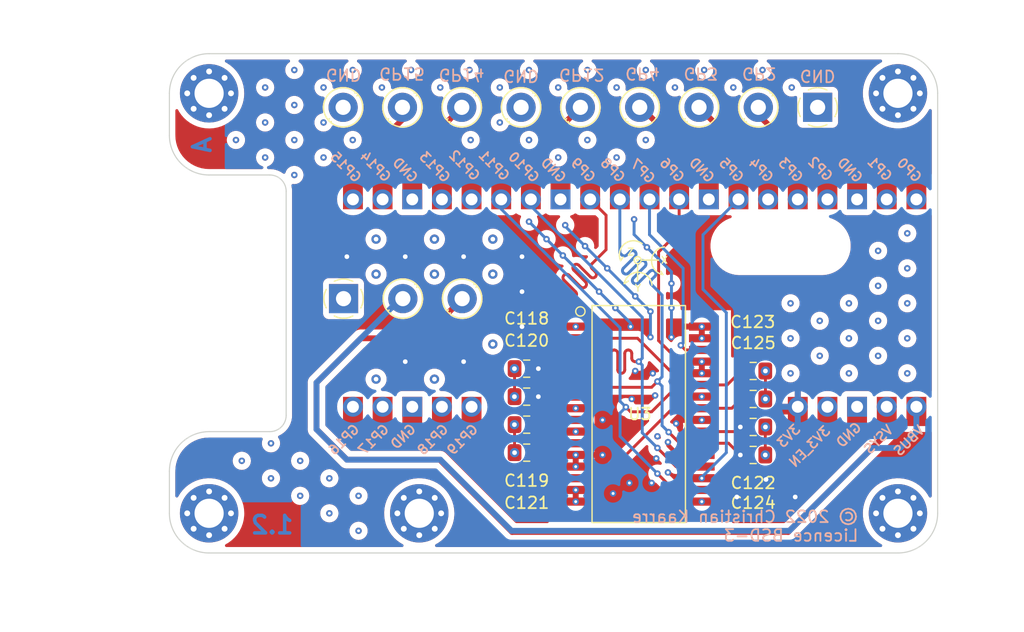
<source format=kicad_pcb>
(kicad_pcb (version 20211014) (generator pcbnew)
  (layers (0 "F.Cu" signal) (1 "In1.Cu" power) (2 "In2.Cu" power) (31 "B.Cu" signal) (34 "B.Paste" user) (35 "F.Paste" user) (36 "B.SilkS" user "B.Silkscreen") (37 "F.SilkS" user "F.Silkscreen") (38 "B.Mask" user) (39 "F.Mask" user) (44 "Edge.Cuts" user))
  (net 0 "")
  (net 1 "GND")
  (net 2 "3V3")
  (net 3 "Net-(C119-Pad2)")
  (net 4 "Net-(C121-Pad2)")
  (net 5 "Net-(C123-Pad1)")
  (net 6 "Net-(C125-Pad1)")
  (net 7 "/TIME_OUT")
  (net 8 "/TIME_IN")
  (net 9 "/UART0_RX")
  (net 10 "/UART0_TX")
  (net 11 "/VSYS")
  (net 12 "/VBUS")
  (net 13 "/TRIG0")
  (net 14 "/TRIG1")
  (net 15 "/TRIG2")
  (net 16 "/TRIG3")
  (net 17 "/SPI0_CS0")
  (net 18 "/SPI0_SCK")
  (net 19 "/SPI0_MISO")
  (net 20 "/SPI0_MOSI")
  (net 21 "/SPI1_MOSI")
  (net 22 "/SPI1_CS0")
  (net 23 "/SPI1_SCK")
  (net 24 "/SPI1_MISO")
  (net 25 "/EXT_UNO")
  (net 26 "/SPI1_CS1")
  (net 27 "/EXT_DUE")
  (footprint "MountingHole:MountingHole_2.5mm_Pad_Via" (layer "F.Cu") (at 163.2 83)
    (fp_text reference "H4" hide)
    (fp_text value "MountingHole_Pad")
  )
  (footprint "MountingHole:MountingHole_2.5mm_Pad_Via" (layer "F.Cu") (at 222.2 83)
    (fp_text reference "H3" hide)
    (fp_text value "MountingHole_Pad")
  )
  (footprint "Capacitor_SMD:C_0805_2012Metric_Pad1.18x1.45mm_HandSolder" (layer "F.Cu") (at 190.4 113.8)
    (fp_text reference "C121")
    (fp_text value "1uF")
  )
  (footprint "Capacitor_SMD:C_0805_2012Metric_Pad1.18x1.45mm_HandSolder" (layer "F.Cu") (at 190.4 106.6 180)
    (fp_text reference "C118")
    (fp_text value "1uF")
  )
  (footprint "Capacitor_SMD:C_0805_2012Metric_Pad1.18x1.45mm_HandSolder" (layer "F.Cu") (at 190.4 109 180)
    (fp_text reference "C120")
    (fp_text value "100nF")
  )
  (footprint "Capacitor_SMD:C_0805_2012Metric_Pad1.18x1.45mm_HandSolder" (layer "F.Cu") (at 209.8 109.2)
    (fp_text reference "C125")
    (fp_text value "1uF")
  )
  (footprint "Capacitor_SMD:C_0805_2012Metric_Pad1.18x1.45mm_HandSolder" (layer "F.Cu") (at 209.8 114)
    (fp_text reference "C124")
    (fp_text value "100nF")
  )
  (footprint "Capacitor_SMD:C_0805_2012Metric_Pad1.18x1.45mm_HandSolder" (layer "F.Cu") (at 209.8 111.6)
    (fp_text reference "C122")
    (fp_text value "1uF")
  )
  (footprint "Capacitor_SMD:C_0805_2012Metric_Pad1.18x1.45mm_HandSolder" (layer "F.Cu") (at 190.4 111.4)
    (fp_text reference "C119")
    (fp_text value "1uF")
  )
  (footprint "Capacitor_SMD:C_0805_2012Metric_Pad1.18x1.45mm_HandSolder" (layer "F.Cu") (at 209.8 106.8)
    (fp_text reference "C123")
    (fp_text value "1uF")
  )
  (footprint "Murata:murata_scha" (layer "F.Cu") (at 200 110.494764)
    (fp_text reference "U3")
    (fp_text value "SCHA63X")
  )
  (footprint "TerminalBlock_RND:TerminalBlock_RND_205-00288_1x03_P5.08mm_Horizontal" (layer "F.Cu") (at 174.715 100.6)
    (fp_text reference "J3" hide)
    (fp_text value "Screw_Terminal_01x03")
  )
  (footprint "MountingHole:MountingHole_2.5mm_Pad_Via" (layer "F.Cu") (at 163.2 119)
    (fp_text reference "H1" hide)
    (fp_text value "MountingHole_Pad")
  )
  (footprint "MountingHole:MountingHole_2.5mm_Pad_Via" (layer "F.Cu") (at 222.2 119)
    (fp_text reference "H2" hide)
    (fp_text value "MountingHole_Pad")
  )
  (footprint "TerminalBlock_RND:TerminalBlock_RND_205-00294_1x09_P5.08mm_Horizontal" (layer "F.Cu") (at 215.32 84.2 180)
    (fp_text reference "J1" hide)
    (fp_text value "Screw_Terminal_01x09")
  )
  (footprint "w5500-pico-evb:pico-w5500-evb-limited_pins" (layer "F.Cu") (at 199.65 100.98 -90)
    (fp_text reference "U1" hide)
    (fp_text value "PicoWiznetEVB")
  )
  (footprint "MountingHole:MountingHole_2.5mm_Pad_Via" (layer "F.Cu") (at 181.2 119)
    (fp_text reference "H5" hide)
    (fp_text value "MountingHole_Pad")
  )
  (gr_arc (start 222.2 79.6) (mid 224.604163 80.595837) (end 225.6 83) (layer "Edge.Cuts") (width 0.1))
  (gr_line (start 225.6 83) (end 225.6 119) (layer "Edge.Cuts") (width 0.1))
  (gr_line (start 169.8 110.6) (end 169.8 91.4) (layer "Edge.Cuts") (width 0.1))
  (gr_arc (start 168.4 90) (mid 169.389949 90.410051) (end 169.8 91.4) (layer "Edge.Cuts") (width 0.1))
  (gr_arc (start 225.6 119) (mid 224.604163 121.404163) (end 222.2 122.4) (layer "Edge.Cuts") (width 0.1))
  (gr_arc (start 159.8 83) (mid 160.795837 80.595837) (end 163.2 79.6) (layer "Edge.Cuts") (width 0.1))
  (gr_arc (start 169.8 110.6) (mid 169.389949 111.589949) (end 168.4 112) (layer "Edge.Cuts") (width 0.1))
  (gr_arc (start 163.2 90) (mid 160.795837 89.004163) (end 159.8 86.6) (layer "Edge.Cuts") (width 0.1))
  (gr_line (start 163.2 79.6) (end 222.2 79.6) (layer "Edge.Cuts") (width 0.1))
  (gr_arc (start 163.2 122.4) (mid 160.795837 121.404163) (end 159.8 119) (layer "Edge.Cuts") (width 0.1))
  (gr_arc (start 159.8 115.4) (mid 160.795837 112.995837) (end 163.2 112) (layer "Edge.Cuts") (width 0.1))
  (gr_line (start 168.4 90) (end 163.2 90) (layer "Edge.Cuts") (width 0.1))
  (gr_line (start 159.8 83) (end 159.8 86.6) (layer "Edge.Cuts") (width 0.1))
  (gr_line (start 222.2 122.4) (end 163.2 122.4) (layer "Edge.Cuts") (width 0.1))
  (gr_line (start 159.8 119) (end 159.8 115.4) (layer "Edge.Cuts") (width 0.1))
  (gr_line (start 163.2 112) (end 168.4 112) (layer "Edge.Cuts") (width 0.1))
  (gr_text " A " (at 162.6 87.4 90) (layer "B.Cu") (effects (font (size 1.5 1.5) (thickness 0.3) italic) (justify mirror)))
  (gr_text "1.2" (at 168.6 120) (layer "B.Cu") (effects (font (size 1.5 1.5) (thickness 0.3)) (justify mirror)))
  (gr_text "© 2022 Christian Kaarre\nLicence BSD-3" (at 218.9 120.1) (layer "B.SilkS") (effects (font (size 1 1) (thickness 0.153)) (justify left mirror)))
  (segment (start 189.3625 113.8) (end 189.3625 111.4) (width 0.25) (layer "F.Cu") (net 1))
  (segment (start 189.3625 109) (end 189.3625 106.6125) (width 0.25) (layer "F.Cu") (net 1))
  (segment (start 210.85 109.2) (end 210.85 106.8) (width 0.25) (layer "F.Cu") (net 1))
  (segment (start 210.8375 114) (end 210.8375 111.6) (width 0.25) (layer "F.Cu") (net 1))
  (segment (start 189.3625 106.6125) (end 189.35 106.6) (width 0.25) (layer "F.Cu") (net 1))
  (via (at 210.8375 114) (size 0.8) (drill 0.4) (layers "F.Cu" "B.Cu") (net 1))
  (via (at 202.8 99.3) (size 0.55) (drill 0.25) (layers "F.Cu" "B.Cu") (net 1))
  (via (at 205.4 103) (size 0.55) (drill 0.25) (layers "F.Cu" "B.Cu") (net 1))
  (via (at 173 85.5) (size 0.55) (drill 0.25) (layers "F.Cu" "B.Cu") (net 1))
  (via (at 196.9 114) (size 0.55) (drill 0.25) (layers "F.Cu" "B.Cu") (net 1))
  (via (at 194.6 103) (size 0.55) (drill 0.25) (layers "F.Cu" "B.Cu") (net 1))
  (via (at 223 104) (size 0.55) (drill 0.25) (layers "F.Cu" "B.Cu") (net 1))
  (via (at 223 95) (size 0.55) (drill 0.25) (layers "F.Cu" "B.Cu") (net 1))
  (via (at 168 85.5) (size 0.55) (drill 0.25) (layers "F.Cu" "B.Cu") (net 1))
  (via (at 205.4 111) (size 0.55) (drill 0.25) (layers "F.Cu" "B.Cu") (net 1))
  (via (at 202.5 112.9) (size 0.55) (drill 0.25) (layers "F.Cu" "B.Cu") (net 1))
  (via (at 168 82.5) (size 0.55) (drill 0.25) (layers "F.Cu" "B.Cu") (net 1))
  (via (at 189.3625 113.8) (size 0.8) (drill 0.4) (layers "F.Cu" "B.Cu") (net 1))
  (via (at 189.35 106.6) (size 0.8) (drill 0.4) (layers "F.Cu" "B.Cu") (net 1))
  (via (at 201 103.9) (size 0.55) (drill 0.25) (layers "F.Cu" "B.Cu") (net 1))
  (via (at 194.6 114) (size 0.55) (drill 0.25) (layers "F.Cu" "B.Cu") (net 1))
  (via (at 220.5 99.5) (size 0.55) (drill 0.25) (layers "F.Cu" "B.Cu") (net 1))
  (via (at 173 82.5) (size 0.55) (drill 0.25) (layers "F.Cu" "B.Cu") (net 1))
  (via (at 202.5 115.5) (size 0.55) (drill 0.25) (layers "F.Cu" "B.Cu") (net 1))
  (via (at 197.3 98) (size 0.55) (drill 0.25) (layers "F.Cu" "B.Cu") (net 1))
  (via (at 187.5 104.5) (size 0.8) (drill 0.4) (layers "F.Cu" "B.Cu") (net 1))
  (via (at 182.5 107.5) (size 0.8) (drill 0.4) (layers "F.Cu" "B.Cu") (net 1))
  (via (at 201 101.7) (size 0.55) (drill 0.25) (layers "F.Cu" "B.Cu") (net 1))
  (via (at 196.9 111) (size 0.55) (drill 0.25) (layers "F.Cu" "B.Cu") (net 1))
  (via (at 187.5 98.5) (size 0.8) (drill 0.4) (layers "F.Cu" "B.Cu") (net 1))
  (via (at 210.6 81) (size 0.55) (drill 0.25) (layers "F.Cu" "B.Cu") (net 1))
  (via (at 177.5 95.5) (size 0.8) (drill 0.4) (layers "F.Cu" "B.Cu") (net 1))
  (via (at 180.5 81) (size 0.55) (drill 0.25) (layers "F.Cu" "B.Cu") (net 1))
  (via (at 168 88.5) (size 0.55) (drill 0.25) (layers "F.Cu" "B.Cu") (net 1))
  (via (at 199.4 109.2) (size 0.55) (drill 0.25) (layers "F.Cu" "B.Cu") (net 1))
  (via (at 210.85 109.2) (size 0.8) (drill 0.4) (layers "F.Cu" "B.Cu") (net 1))
  (via (at 213.1 82.5) (size 0.55) (drill 0.25) (layers "F.Cu" "B.Cu") (net 1))
  (via (at 203.1 82.5) (size 0.55) (drill 0.25) (layers "F.Cu" "B.Cu") (net 1))
  (via (at 200.6 87) (size 0.55) (drill 0.25) (layers "F.Cu" "B.Cu") (net 1))
  (via (at 220.5 96.5) (size 0.55) (drill 0.25) (layers "F.Cu" "B.Cu") (net 1))
  (via (at 205.4 109) (size 0.55) (drill 0.25) (layers "F.Cu" "B.Cu") (net 1))
  (via (at 210.85 111.6) (size 0.8) (drill 0.4) (layers "F.Cu" "B.Cu") (net 1))
  (via (at 199.7 100.4) (size 0.55) (drill 0.25) (layers "F.Cu" "B.Cu") (net 1))
  (via (at 197.8 117.3) (size 0.55) (drill 0.25) (layers "F.Cu" "B.Cu") (net 1))
  (via (at 215.5 105.5) (size 0.55) (drill 0.25) (layers "F.Cu" "B.Cu") (net 1))
  (via (at 170.5 81) (size 0.55) (drill 0.25) (layers "F.Cu" "B.Cu") (net 1))
  (via (at 195.6 81) (size 0.55) (drill 0.25) (layers "F.Cu" "B.Cu") (net 1))
  (via (at 189.35 111.4) (size 0.8) (drill 0.4) (layers "F.Cu" "B.Cu") (net 1))
  (via (at 213 104) (size 0.55) (drill 0.25) (layers "F.Cu" "B.Cu") (net 1))
  (via (at 170.5 87) (size 0.55) (drill 0.25) (layers "F.Cu" "B.Cu") (net 1))
  (via (at 196.6 100) (size 0.55) (drill 0.25) (layers "F.Cu" "B.Cu") (net 1))
  (via (at 215.5 102.5) (size 0.55) (drill 0.25) (layers "F.Cu" "B.Cu") (net 1))
  (via (at 193.7 94.3) (size 0.55) (drill 0.25) (layers "F.Cu" "B.Cu") (net 1))
  (via (at 194.6 115) (size 0.55) (drill 0.25) (layers "F.Cu" "B.Cu") (net 1))
  (via (at 193.1 82.5) (size 0.55) (drill 0.25) (layers "F.Cu" "B.Cu") (net 1))
  (via (at 168.5 116) (size 0.55) (drill 0.25) (layers "F.Cu" "B.Cu") (net 1))
  (via (at 205.4 118) (size 0.55) (drill 0.25) (layers "F.Cu" "B.Cu") (net 1))
  (via (at 205.4 106) (size 0.55) (drill 0.25) (layers "F.Cu" "B.Cu") (net 1))
  (via (at 176 120.5) (size 0.55) (drill 0.25) (layers "F.Cu" "B.Cu") (net 1))
  (via (at 173.5 116) (size 0.55) (drill 0.25) (layers "F.Cu" "B.Cu") (net 1))
  (via (at 187.5 95.5) (size 0.8) (drill 0.4) (layers "F.Cu" "B.Cu") (net 1))
  (via (at 205.4 104) (size 0.55) (drill 0.25) (layers "F.Cu" "B.Cu") (net 1))
  (via (at 223 107) (size 0.55) (drill 0.25) (layers "F.Cu" "B.Cu") (net 1))
  (via (at 201.6 112.4) (size 0.55) (drill 0.25) (layers "F.Cu" "B.Cu") (net 1))
  (via (at 199.2 116.4) (size 0.55) (drill 0.25) (layers "F.Cu" "B.Cu") (net 1))
  (via (at 195.4 96.1) (size 0.55) (drill 0.25) (layers "F.Cu" "B.Cu") (net 1))
  (via (at 213 107) (size 0.55) (drill 0.25) (layers "F.Cu" "B.Cu") (net 1))
  (via (at 189.35 109) (size 0.8) (drill 0.4) (layers "F.Cu" "B.Cu") (net 1))
  (via (at 201.2 107) (size 0.55) (drill 0.25) (layers "F.Cu" "B.Cu") (net 1))
  (via (at 165.5 87) (size 0.55) (drill 0.25) (layers "F.Cu" "B.Cu") (net 1))
  (via (at 213 101) (size 0.55) (drill 0.25) (layers "F.Cu" "B.Cu") (net 1))
  (via (at 185.6 87) (size 0.55) (drill 0.25) (layers "F.Cu" "B.Cu") (net 1))
  (via (at 201.1 116.4) (size 0.55) (drill 0.25) (layers "F.Cu" "B.Cu") (net 1))
  (via (at 202.8 103.9) (size 0.55) (drill 0.25) (layers "F.Cu" "B.Cu") (net 1))
  (via (at 171 117.5) (size 0.55) (drill 0.25) (layers "F.Cu" "B.Cu") (net 1))
  (via (at 185.5 81) (size 0.55) (drill 0.25) (layers "F.Cu" "B.Cu") (net 1))
  (via (at 193.5 96.9) (size 0.55) (drill 0.25) (layers "F.Cu" "B.Cu") (net 1))
  (via (at 205.6 81) (size 0.55) (drill 0.25) (layers "F.Cu" "B.Cu") (net 1))
  (via (at 194.6 117) (size 0.55) (drill 0.25) (layers "F.Cu" "B.Cu") (net 1))
  (via (at 223 98) (size 0.55) (drill 0.25) (layers "F.Cu" "B.Cu") (net 1))
  (via (at 178 82.5) (size 0.55) (drill 0.25) (layers "F.Cu" "B.Cu") (net 1))
  (via (at 208.1 82.5) (size 0.55) (drill 0.25) (layers "F.Cu" "B.Cu") (net 1))
  (via (at 170.5 90) (size 0.55) (drill 0.25) (layers "F.Cu" "B.Cu") (net 1))
  (via (at 199.7 106.8) (size 0.55) (drill 0.25) (layers "F.Cu" "B.Cu") (net 1))
  (via (at 190.6 94) (size 0.55) (drill 0.25) (layers "F.Cu" "B.Cu") (net 1))
  (via (at 210.85 106.8) (size 0.8) (drill 0.4) (layers "F.Cu" "B.Cu") (net 1))
  (via (at 194.6 112) (size 0.55) (drill 0.25) (layers "F.Cu" "B.Cu") (net 1))
  (via (at 193.1 88.5) (size 0.55) (drill 0.25) (layers "F.Cu" "B.Cu") (net 1))
  (via (at 177.5 107.5) (size 0.8) (drill 0.4) (layers "F.Cu" "B.Cu") (net 1))
  (via (at 177.5 98.5) (size 0.8) (drill 0.4) (layers "F.Cu" "B.Cu") (net 1))
  (via (at 166 114.5) (size 0.55) (drill 0.25) (layers "F.Cu" "B.Cu") (net 1))
  (via (at 201.4 108.9) (size 0.55) (drill 0.25) (layers "F.Cu" "B.Cu") (net 1))
  (via (at 183 82.5) (size 0.55) (drill 0.25) (layers "F.Cu" "B.Cu") (net 1))
  (via (at 201.5 114.3) (size 0.55) (drill 0.25) (layers "F.Cu" "B.Cu") (net 1))
  (via (at 218 107) (size 0.55) (drill 0.25) (layers "F.Cu" "B.Cu") (net 1))
  (via (at 175.5 87) (size 0.55) (drill 0.25) (layers "F.Cu" "B.Cu") (net 1))
  (via (at 205.4 107) (size 0.55) (drill 0.25) (layers "F.Cu" "B.Cu") (net 1))
  (via (at 176 117.5) (size 0.55) (drill 0.25) (layers "F.Cu" "B.Cu") (net 1))
  (via (at 182.5 98.5) (size 0.8) (drill 0.4) (layers "F.Cu" "B.Cu") (net 1))
  (via (at 188.1 85.5) (size 0.55) (drill 0.25) (layers "F.Cu" "B.Cu") (net 1))
  (via (at 198 101.4) (size 0.55) (drill 0.25) (layers "F.Cu" "B.Cu") (net 1))
  (via (at 218 101) (size 0.55) (drill 0.25) (layers "F.Cu" "B.Cu") (net 1))
  (via (at 202.8 101.4) (size 0.55) (drill 0.25) (layers "F.Cu" "B.Cu") (net 1))
  (via (at 188.1 82.5) (size 0.55) (drill 0.25) (layers "F.Cu" "B.Cu") (net 1))
  (via (at 175.5 81) (size 0.55) (drill 0.25) (layers "F.Cu" "B.Cu") (net 1))
  (via (at 194.6 110) (size 0.55) (drill 0.25) (layers "F.Cu" "B.Cu") (net 1))
  (via (at 200.7 96.2) (size 0.55) (drill 0.25) (layers "F.Cu" "B.Cu") (net 1))
  (via (at 203.2 111.3) (size 0.55) (drill 0.25) (layers "F.Cu" "B.Cu") (net 1))
  (via (at 173.5 119) (size 0.55) (drill 0.25) (layers "F.Cu" "B.Cu") (net 1))
  (via (at 199.6 93.8) (size 0.55) (drill 0.25) (layers "F.Cu" "B.Cu") (net 1))
  (via (at 182.5 95.5) (size 0.8) (drill 0.4) (layers "F.Cu" "B.Cu") (net 1))
  (via (at 192.1 95.5) (size 0.55) (drill 0.25) (layers "F.Cu" "B.Cu") (net 1))
  (via (at 173 88.5) (size 0.55) (drill 0.25) (layers "F.Cu" "B.Cu") (net 1))
  (via (at 190.6 87) (size 0.55) (drill 0.25) (layers "F.Cu" "B.Cu") (net 1))
  (via (at 198.1 88.5) (size 0.55) (drill 0.25) (layers "F.Cu" "B.Cu") (net 1))
  (via (at 195.6 87) (size 0.55) (drill 0.25) (layers "F.Cu" "B.Cu") (net 1))
  (via (at 194.6 118) (size 0.55) (drill 0.25) (layers "F.Cu" "B.Cu") (net 1))
  (via (at 218 104) (size 0.55) (drill 0.25) (layers "F.Cu" "B.Cu") (net 1))
  (via (at 199.3 103) (size 0.55) (drill 0.25) (layers "F.Cu" "B.Cu") (net 1))
  (via (at 223 101) (size 0.55) (drill 0.25) (layers "F.Cu" "B.Cu") (net 1))
  (via (at 200.6 81) (size 0.55) (drill 0.25) (layers "F.Cu" "B.Cu") (net 1))
  (via (at 171 114.5) (size 0.55) (drill 0.25) (layers "F.Cu" "B.Cu") (net 1))
  (via (at 170.5 84) (size 0.55) (drill 0.25) (layers "F.Cu" "B.Cu") (net 1))
  (via (at 168.5 113) (size 0.55) (drill 0.25) (layers "F.Cu" "B.Cu") (net 1))
  (via (at 220.5 102.5) (size 0.55) (drill 0.25) (layers "F.Cu" "B.Cu") (net 1))
  (via (at 190.6 81) (size 0.55) (drill 0.25) (layers "F.Cu" "B.Cu") (net 1))
  (via (at 198.1 82.5) (size 0.55) (drill 0.25) (layers "F.Cu" "B.Cu") (net 1))
  (via (at 220.5 105.5) (size 0.55) (drill 0.25) (layers "F.Cu" "B.Cu") (net 1))
  (segment (start 193.7 94.4) (end 201 101.7) (width 0.25) (layer "B.Cu") (net 1))
  (segment (start 202.8 98.3) (end 199.6 95.1) (width 0.25) (layer "B.Cu") (net 1))
  (segment (start 201 101.7) (end 201 103.9) (width 0.25) (layer "B.Cu") (net 1))
  (segment (start 199.6 95.1) (end 199.6 93.8) (width 0.25) (layer "B.Cu") (net 1))
  (segment (start 193.7 94.3) (end 193.7 94.4) (width 0.25) (layer "B.Cu") (net 1))
  (segment (start 202.8 103.9) (end 202.8 98.3) (width 0.25) (layer "B.Cu") (net 1))
  (segment (start 199.3 102.7) (end 199.3 103) (width 0.25) (layer "B.Cu") (net 1))
  (segment (start 190.6 94) (end 199.3 102.7) (width 0.25) (layer "B.Cu") (net 1))
  (segment (start 193.394764 107.994764) (end 192 106.6) (width 0.25) (layer "F.Cu") (net 2))
  (segment (start 191.442736 108.994764) (end 191.4375 109) (width 0.25) (layer "F.Cu") (net 2))
  (segment (start 205.4 111.994764) (end 208.305236 111.994764) (width 0.25) (layer "F.Cu") (net 2))
  (segment (start 192 106.6) (end 191.4375 106.6) (width 0.25) (layer "F.Cu") (net 2))
  (segment (start 208.305236 111.994764) (end 208.7 111.6) (width 0.25) (layer "F.Cu") (net 2))
  (segment (start 207.694764 112.994764) (end 208.7 114) (width 0.25) (layer "F.Cu") (net 2))
  (segment (start 194.6 107.994764) (end 193.394764 107.994764) (width 0.25) (layer "F.Cu") (net 2))
  (segment (start 194.6 108.994764) (end 191.442736 108.994764) (width 0.25) (layer "F.Cu") (net 2))
  (segment (start 205.4 112.994764) (end 207.694764 112.994764) (width 0.25) (layer "F.Cu") (net 2))
  (via (at 190 97) (size 0.8) (drill 0.4) (layers "F.Cu" "B.Cu") (net 2))
  (via (at 185 106) (size 0.8) (drill 0.4) (layers "F.Cu" "B.Cu") (net 2))
  (via (at 191.4 106.6) (size 0.8) (drill 0.4) (layers "F.Cu" "B.Cu") (net 2))
  (via (at 208.4 117.6) (size 0.8) (drill 0.4) (layers "F.Cu" "B.Cu") (net 2))
  (via (at 190 103) (size 0.8) (drill 0.4) (layers "F.Cu" "B.Cu") (net 2))
  (via (at 208.7 114) (size 0.8) (drill 0.4) (layers "F.Cu" "B.Cu") (net 2))
  (via (at 208.7 111.6) (size 0.8) (drill 0.4) (layers "F.Cu" "B.Cu") (net 2))
  (via (at 180 106) (size 0.8) (drill 0.4) (layers "F.Cu" "B.Cu") (net 2))
  (via (at 185 97) (size 0.8) (drill 0.4) (layers "F.Cu" "B.Cu") (net 2))
  (via (at 191.4 109) (size 0.8) (drill 0.4) (layers "F.Cu" "B.Cu") (net 2))
  (via (at 213.4 117.6) (size 0.8) (drill 0.4) (layers "F.Cu" "B.Cu") (net 2))
  (via (at 180 97) (size 0.8) (drill 0.4) (layers "F.Cu" "B.Cu") (net 2))
  (via (at 190 100) (size 0.8) (drill 0.4) (layers "F.Cu" "B.Cu") (net 2))
  (via (at 210.9 116.1) (size 0.8) (drill 0.4) (layers "F.Cu" "B.Cu") (net 2))
  (via (at 175 97) (size 0.8) (drill 0.4) (layers "F.Cu" "B.Cu") (net 2))
  (segment (start 191.4375 111.4) (end 191.842736 110.994764) (width 0.25) (layer "F.Cu") (net 3))
  (segment (start 191.842736 110.994764) (end 194.6 110.994764) (width 0.25) (layer "F.Cu") (net 3))
  (segment (start 192.242736 112.994764) (end 194.6 112.994764) (width 0.25) (layer "F.Cu") (net 4))
  (segment (start 191.4375 113.8) (end 192.242736 112.994764) (width 0.25) (layer "F.Cu") (net 4))
  (segment (start 205.4 107.994764) (end 207.567736 107.994764) (width 0.25) (layer "F.Cu") (net 5))
  (segment (start 207.567736 107.994764) (end 208.7625 106.8) (width 0.25) (layer "F.Cu") (net 5))
  (segment (start 207.967736 109.994764) (end 208.7625 109.2) (width 0.25) (layer "F.Cu") (net 6))
  (segment (start 205.4 109.994764) (end 207.967736 109.994764) (width 0.25) (layer "F.Cu") (net 6))
  (segment (start 178.06 92.09) (end 178.06 88.74) (width 0.5) (layer "F.Cu") (net 7))
  (segment (start 181.84 87.2) (end 184.84 84.2) (width 0.5) (layer "F.Cu") (net 7))
  (segment (start 179.6 87.2) (end 181.84 87.2) (width 0.5) (layer "F.Cu") (net 7))
  (segment (start 178.06 88.74) (end 179.6 87.2) (width 0.5) (layer "F.Cu") (net 7))
  (segment (start 175.52 89.48) (end 179.76 85.24) (width 0.5) (layer "F.Cu") (net 8))
  (segment (start 175.52 92.09) (end 175.52 89.48) (width 0.5) (layer "F.Cu") (net 8))
  (segment (start 179.76 85.24) (end 179.76 84.2) (width 0.5) (layer "F.Cu") (net 8))
  (segment (start 189.15 120.6) (end 182.95 114.4) (width 0.5) (layer "F.Cu") (net 11))
  (segment (start 221.24 112.16) (end 212.8 120.6) (width 0.5) (layer "F.Cu") (net 11))
  (segment (start 175 114.4) (end 172.4 111.8) (width 0.5) (layer "F.Cu") (net 11))
  (segment (start 172.4 107.8) (end 176.2 104) (width 0.5) (layer "F.Cu") (net 11))
  (segment (start 182.95 114.4) (end 175 114.4) (width 0.5) (layer "F.Cu") (net 11))
  (segment (start 181.5 104) (end 184.875 100.625) (width 0.5) (layer "F.Cu") (net 11))
  (segment (start 172.4 111.8) (end 172.4 107.8) (width 0.5) (layer "F.Cu") (net 11))
  (segment (start 184.875 100.625) (end 184.875 100.6) (width 0.5) (layer "F.Cu") (net 11))
  (segment (start 212.8 120.6) (end 189.15 120.6) (width 0.5) (layer "F.Cu") (net 11))
  (segment (start 221.24 109.87) (end 221.24 112.16) (width 0.5) (layer "F.Cu") (net 11))
  (segment (start 176.2 104) (end 181.5 104) (width 0.5) (layer "F.Cu") (net 11))
  (segment (start 172.4 111.8) (end 175 114.4) (width 0.5) (layer "B.Cu") (net 12))
  (segment (start 183 114.4) (end 189.1 120.5) (width 0.5) (layer "B.Cu") (net 12))
  (segment (start 179.6 100.6) (end 172.4 107.8) (width 0.5) (layer "B.Cu") (net 12))
  (segment (start 223.78 112.02) (end 223.78 109.87) (width 0.5) (layer "B.Cu") (net 12))
  (segment (start 212.9 120.5) (end 220 113.4) (width 0.5) (layer "B.Cu") (net 12))
  (segment (start 175 114.4) (end 183 114.4) (width 0.5) (layer "B.Cu") (net 12))
  (segment (start 172.4 107.8) (end 172.4 111.8) (width 0.5) (layer "B.Cu") (net 12))
  (segment (start 189.1 120.5) (end 212.9 120.5) (width 0.5) (layer "B.Cu") (net 12))
  (segment (start 179.795 100.6) (end 179.6 100.6) (width 0.5) (layer "B.Cu") (net 12))
  (segment (start 220 113.4) (end 222.4 113.4) (width 0.5) (layer "B.Cu") (net 12))
  (segment (start 222.4 113.4) (end 223.78 112.02) (width 0.5) (layer "B.Cu") (net 12))
  (segment (start 216.16 92.09) (end 216.16 90.76) (width 0.5) (layer "F.Cu") (net 13))
  (segment (start 216.16 90.76) (end 210.24 84.84) (width 0.5) (layer "F.Cu") (net 13))
  (segment (start 210.24 84.84) (end 210.24 84.2) (width 0.5) (layer "F.Cu") (net 13))
  (segment (start 213.62 91.22) (end 209.6 87.2) (width 0.5) (layer "F.Cu") (net 14))
  (segment (start 213.62 92.09) (end 213.62 91.22) (width 0.5) (layer "F.Cu") (net 14))
  (segment (start 209.6 87.2) (end 208.16 87.2) (width 0.5) (layer "F.Cu") (net 14))
  (segment (start 208.16 87.2) (end 205.16 84.2) (width 0.5) (layer "F.Cu") (net 14))
  (segment (start 211.08 92.09) (end 211.08 90.887919) (width 0.5) (layer "F.Cu") (net 15))
  (segment (start 205 89) (end 200.2 84.2) (width 0.5) (layer "F.Cu") (net 15))
  (segment (start 211.08 90.887919) (end 209.192081 89) (width 0.5) (layer "F.Cu") (net 15))
  (segment (start 200.2 84.2) (end 200.08 84.2) (width 0.5) (layer "F.Cu") (net 15))
  (segment (start 209.192081 89) (end 205 89) (width 0.5) (layer "F.Cu") (net 15))
  (segment (start 185.68 91.230978) (end 188.510978 88.4) (width 0.5) (layer "F.Cu") (net 16))
  (segment (start 188.510978 88.4) (end 190.8 88.4) (width 0.5) (layer "F.Cu") (net 16))
  (segment (start 185.68 92.09) (end 185.68 91.230978) (width 0.5) (layer "F.Cu") (net 16))
  (segment (start 190.8 88.4) (end 195 84.2) (width 0.5) (layer "F.Cu") (net 16))
  (segment (start 202.8 106.9) (end 202.8 108.6) (width 0.25) (layer "F.Cu") (net 21))
  (segment (start 199.894764 103.994764) (end 202.8 106.9) (width 0.25) (layer "F.Cu") (net 21))
  (segment (start 202.8 108.6) (end 201.1 110.3) (width 0.25) (layer "F.Cu") (net 21))
  (segment (start 202.994764 116.994764) (end 205.4 116.994764) (width 0.25) (layer "F.Cu") (net 21))
  (segment (start 194.6 103.994764) (end 199.894764 103.994764) (width 0.25) (layer "F.Cu") (net 21))
  (segment (start 201.6 115.6) (end 202.994764 116.994764) (width 0.25) (layer "F.Cu") (net 21))
  (segment (start 199.3 110.3) (end 198.9 109.9) (width 0.25) (layer "F.Cu") (net 21))
  (segment (start 201.1 110.3) (end 199.3 110.3) (width 0.25) (layer "F.Cu") (net 21))
  (via (at 198.9 109.9) (size 0.55) (drill 0.25) (layers "F.Cu" "B.Cu") (net 21))
  (via (at 201.6 115.6) (size 0.55) (drill 0.25) (layers "F.Cu" "B.Cu") (net 21))
  (segment (start 198.4 109.4) (end 198.4 103.1) (width 0.25) (layer "B.Cu") (net 21))
  (segment (start 198.9 109.9) (end 198.4 110.4) (width 0.25) (layer "B.Cu") (net 21))
  (segment (start 198.9 109.9) (end 198.4 109.4) (width 0.25) (layer "B.Cu") (net 21))
  (segment (start 201.6 115.6) (end 198.4 112.4) (width 0.25) (layer "B.Cu") (net 21))
  (segment (start 188.22 92.92) (end 188.22 92.09) (width 0.25) (layer "B.Cu") (net 21))
  (segment (start 198.4 103.1) (end 188.22 92.92) (width 0.25) (layer "B.Cu") (net 21))
  (segment (start 198.4 110.4) (end 198.4 112.4) (width 0.25) (layer "B.Cu") (net 21))
  (segment (start 195.999999 98.024266) (end 196.282842 98.307109) (width 0.25) (layer "F.Cu") (net 22))
  (segment (start 193.595835 99.014215) (end 194.585785 100.004165) (width 0.25) (layer "F.Cu") (net 22))
  (segment (start 193.594764 104.994764) (end 194.6 104.994764) (width 0.25) (layer "F.Cu") (net 22))
  (segment (start 194.868627 97.741423) (end 195.858578 98.731373) (width 0.25) (layer "F.Cu") (net 22))
  (segment (start 193.171571 99.438479) (end 194.161521 100.428429) (width 0.25) (layer "F.Cu") (net 22))
  (segment (start 194.020099 98.589951) (end 195.010049 99.579901) (width 0.25) (layer "F.Cu") (net 22))
  (segment (start 193.312993 101.276957) (end 193.030151 100.994115) (width 0.25) (layer "F.Cu") (net 22))
  (segment (start 195.84 92.09) (end 197.2 93.45) (width 0.25) (layer "F.Cu") (net 22))
  (segment (start 197.2 93.45) (end 197.2 96.4) (width 0.25) (layer "F.Cu") (net 22))
  (segment (start 192.605887 100.994115) (end 192.2 101.4) (width 0.25) (layer "F.Cu") (net 22))
  (segment (start 194.444363 98.165687) (end 195.434313 99.155637) (width 0.25) (layer "F.Cu") (net 22))
  (segment (start 192.747307 99.862743) (end 193.737257 100.852693) (width 0.25) (layer "F.Cu") (net 22))
  (segment (start 192.2 101.4) (end 192.2 103.6) (width 0.25) (layer "F.Cu") (net 22))
  (segment (start 192.2 103.6) (end 193.594764 104.994764) (width 0.25) (layer "F.Cu") (net 22))
  (segment (start 197.2 96.4) (end 196 97.6) (width 0.25) (layer "F.Cu") (net 22))
  (arc (start 193.171571 99.438479) (mid 192.959439 99.350611) (end 192.747307 99.438479) (width 0.25) (layer "F.Cu") (net 22))
  (arc (start 196.282842 98.731373) (mid 196.07071 98.819241) (end 195.858578 98.731373) (width 0.25) (layer "F.Cu") (net 22))
  (arc (start 196 97.6) (mid 195.912131 97.812134) (end 196 98.024266) (width 0.25) (layer "F.Cu") (net 22))
  (arc (start 194.020099 98.589951) (mid 193.807967 98.502083) (end 193.595835 98.589951) (width 0.25) (layer "F.Cu") (net 22))
  (arc (start 196.282842 98.307109) (mid 196.37071 98.519241) (end 196.282842 98.731373) (width 0.25) (layer "F.Cu") (net 22))
  (arc (start 194.585785 100.004165) (mid 194.673653 100.216297) (end 194.585785 100.428429) (width 0.25) (layer "F.Cu") (net 22))
  (arc (start 193.030151 100.994115) (mid 192.818019 100.906247) (end 192.605887 100.994115) (width 0.25) (layer "F.Cu") (net 22))
  (arc (start 193.737257 101.276957) (mid 193.525125 101.364825) (end 193.312993 101.276957) (width 0.25) (layer "F.Cu") (net 22))
  (arc (start 193.595835 98.589951) (mid 193.507967 98.802083) (end 193.595835 99.014215) (width 0.25) (layer "F.Cu") (net 22))
  (arc (start 194.585785 100.428429) (mid 194.373653 100.516297) (end 194.161521 100.428429) (width 0.25) (layer "F.Cu") (net 22))
  (arc (start 194.868627 97.741423) (mid 194.656495 97.653555) (end 194.444363 97.741423) (width 0.25) (layer "F.Cu") (net 22))
  (arc (start 195.434313 99.579901) (mid 195.222181 99.667769) (end 195.010049 99.579901) (width 0.25) (layer "F.Cu") (net 22))
  (arc (start 193.737257 100.852693) (mid 193.825125 101.064825) (end 193.737257 101.276957) (width 0.25) (layer "F.Cu") (net 22))
  (arc (start 194.444363 97.741423) (mid 194.356495 97.953555) (end 194.444363 98.165687) (width 0.25) (layer "F.Cu") (net 22))
  (arc (start 195.434313 99.155637) (mid 195.522181 99.367769) (end 195.434313 99.579901) (width 0.25) (layer "F.Cu") (net 22))
  (arc (start 192.747307 99.438479) (mid 192.659439 99.650611) (end 192.747307 99.862743) (width 0.25) (layer "F.Cu") (net 22))
  (segment (start 203.194764 114.994764) (end 205.4 114.994764) (width 0.25) (layer "F.Cu") (net 23))
  (segment (start 197.6 105.3) (end 197.6 106.7) (width 0.25) (layer "F.Cu") (net 23))
  (segment (start 196.4 105.3) (end 196.4 106.2) (width 0.25) (layer "F.Cu") (net 23))
  (segment (start 194.605236 106) (end 194.6 105.994764) (width 0.25) (layer "F.Cu") (net 23))
  (segment (start 198.8 105.3) (end 198.8 106.7) (width 0.25) (layer "F.Cu") (net 23))
  (segment (start 195.092057 106) (end 194.605236 106) (width 0.25) (layer "F.Cu") (net 23))
  (segment (start 201.6 113.4) (end 203.194764 114.994764) (width 0.25) (layer "F.Cu") (net 23))
  (segment (start 195.6 106) (end 195.092057 106) (width 0.25) (layer "F.Cu") (net 23))
  (segment (start 198.2 106.7) (end 198.2 105.3) (width 0.25) (layer "F.Cu") (net 23))
  (segment (start 197 106.7) (end 197 105.3) (width 0.25) (layer "F.Cu") (net 23))
  (segment (start 200 106) (end 199.7 106) (width 0.25) (layer "F.Cu") (net 23))
  (segment (start 196.2 106.4) (end 196 106.4) (width 0.25) (layer "F.Cu") (net 23))
  (segment (start 199.4 105.7) (end 199.4 105.3) (width 0.25) (layer "F.Cu") (net 23))
  (via (at 201.6 113.4) (size 0.55) (drill 0.25) (layers "F.Cu" "B.Cu") (net 23))
  (via (at 200 106) (size 0.55) (drill 0.25) (layers "F.Cu" "B.Cu") (net 23))
  (arc (start 195.8 106.2) (mid 195.741421 106.058579) (end 195.6 106) (width 0.25) (layer "F.Cu") (net 23))
  (arc (start 196 106.4) (mid 195.858579 106.341421) (end 195.8 106.2) (width 0.25) (layer "F.Cu") (net 23))
  (arc (start 198.2 105.3) (mid 198.112132 105.087868) (end 197.9 105) (width 0.25) (layer "F.Cu") (net 23))
  (arc (start 199.4 105.3) (mid 199.312132 105.087868) (end 199.1 105) (width 0.25) (layer "F.Cu") (net 23))
  (arc (start 197.6 106.7) (mid 197.512132 106.912132) (end 197.3 107) (width 0.25) (layer "F.Cu") (net 23))
  (arc (start 197.3 107) (mid 197.087868 106.912132) (end 197 106.7) (width 0.25) (layer "F.Cu") (net 23))
  (arc (start 196.7 105) (mid 196.487868 105.087868) (end 196.4 105.3) (width 0.25) (layer "F.Cu") (net 23))
  (arc (start 199.1 105) (mid 198.887868 105.087868) (end 198.8 105.3) (width 0.25) (layer "F.Cu") (net 23))
  (arc (start 199.7 106) (mid 199.487868 105.912132) (end 199.4 105.7) (width 0.25) (layer "F.Cu") (net 23))
  (arc (start 198.5 107) (mid 198.287868 106.912132) (end 198.2 106.7) (width 0.25) (layer "F.Cu") (net 23))
  (arc (start 197.9 105) (mid 197.687868 105.087868) (end 197.6 105.3) (width 0.25) (layer "F.Cu") (net 23))
  (arc (start 198.8 106.7) (mid 198.712132 106.912132) (end 198.5 107) (width 0.25) (layer "F.Cu") (net 23))
  (arc (start 196.4 106.2) (mid 196.341421 106.341421) (end 196.2 106.4) (width 0.25) (layer "F.Cu") (net 23))
  (arc (start 197 105.3) (mid 196.912132 105.087868) (end 196.7 105) (width 0.25) (layer "F.Cu") (net 23))
  (segment (start 200.3 102.2) (end 190.76 92.66) (width 0.25) (layer "B.Cu") (net 23))
  (segment (start 190.76 92.66) (end 190.76 92.09) (width 0.25) (layer "B.Cu") (net 23))
  (segment (start 200.3 105.7) (end 200.3 102.2) (width 0.25) (layer "B.Cu") (net 23))
  (segment (start 200.3 112.1) (end 201.6 113.4) (width 0.25) (layer "B.Cu") (net 23))
  (segment (start 200 106) (end 200.3 106.3) (width 0.25) (layer "B.Cu") (net 23))
  (segment (start 200.3 106.3) (end 200.3 112.1) (width 0.25) (layer "B.Cu") (net 23))
  (segment (start 200 106) (end 200.3 105.7) (width 0.25) (layer "B.Cu") (net 23))
  (segment (start 197.1 108.2) (end 195.894764 106.994764) (width 0.25) (layer "F.Cu") (net 24))
  (segment (start 195.894764 106.994764) (end 194.6 106.994764) (width 0.25) (layer "F.Cu") (net 24))
  (segment (start 201.1 108.2) (end 197.1 108.2) (width 0.25) (layer "F.Cu") (net 24))
  (segment (start 204.511562 113.994764) (end 205.4 113.994764) (width 0.25) (layer "F.Cu") (net 24))
  (segment (start 201.6 107.7) (end 201.1 108.2) (width 0.25) (layer "F.Cu") (net 24))
  (segment (start 202.558399 112.041601) (end 204.511562 113.994764) (width 0.25) (layer "F.Cu") (net 24))
  (via (at 202.558399 112.041601) (size 0.55) (drill 0.25) (layers "F.Cu" "B.Cu") (net 24))
  (via (at 201.6 107.7) (size 0.55) (drill 0.25) (layers "F.Cu" "B.Cu") (net 24))
  (segment (start 202 100.3) (end 202 107.3) (width 0.25) (layer "B.Cu") (net 24))
  (segment (start 201.6 107.7) (end 202 108.1) (width 0.25) (layer "B.Cu") (net 24))
  (segment (start 201.095579 98.971315) (end 201.378423 98.688474) (width 0.25) (layer "B.Cu") (net 24))
  (segment (start 198.974264 96.85) (end 199.257107 96.567158) (width 0.25) (layer "B.Cu") (net 24))
  (segment (start 202 107.3) (end 201.6 107.7) (width 0.25) (layer "B.Cu") (net 24))
  (segment (start 199.115684 98.405633) (end 200.105631 97.415682) (width 0.25) (layer "B.Cu") (net 24))
  (segment (start 199.96421 99.254159) (end 200.954157 98.264208) (width 0.25) (layer "B.Cu") (net 24))
  (segment (start 199.539946 98.829895) (end 200.529897 97.839948) (width 0.25) (layer "B.Cu") (net 24))
  (segment (start 198.69142 97.981369) (end 199.681371 96.991422) (width 0.25) (layer "B.Cu") (net 24))
  (segment (start 198.38 92.09) (end 198.38 96.68) (width 0.25) (layer "B.Cu") (net 24))
  (segment (start 202 111.483202) (end 202.558399 112.041601) (width 0.25) (layer "B.Cu") (net 24))
  (segment (start 198.38 96.68) (end 198.55 96.85) (width 0.25) (layer "B.Cu") (net 24))
  (segment (start 202 108.1) (end 202 111.483202) (width 0.25) (layer "B.Cu") (net 24))
  (segment (start 201.095579 99.395579) (end 202 100.3) (width 0.25) (layer "B.Cu") (net 24))
  (arc (start 199.681371 96.567158) (mid 199.769238 96.77929) (end 199.68137 96.991423) (width 0.25) (layer "B.Cu") (net 24))
  (arc (start 200.105631 97.415682) (mid 200.317765 97.327816) (end 200.529897 97.415684) (width 0.25) (layer "B.Cu") (net 24))
  (arc (start 199.257107 96.567158) (mid 199.469239 96.47929) (end 199.681371 96.567158) (width 0.25) (layer "B.Cu") (net 24))
  (arc (start 201.378423 98.26421) (mid 201.46629 98.476342) (end 201.378422 98.688475) (width 0.25) (layer "B.Cu") (net 24))
  (arc (start 198.69142 97.981369) (mid 198.603552 98.193501) (end 198.69142 98.405633) (width 0.25) (layer "B.Cu") (net 24))
  (arc (start 201.095579 98.971315) (mid 201.007711 99.183447) (end 201.095579 99.395579) (width 0.25) (layer "B.Cu") (net 24))
  (arc (start 198.55 96.85) (mid 198.762134 96.937869) (end 198.974265 96.849999) (width 0.25) (layer "B.Cu") (net 24))
  (arc (start 200.529897 97.415684) (mid 200.617764 97.627816) (end 200.529896 97.839949) (width 0.25) (layer "B.Cu") (net 24))
  (arc (start 199.539946 98.829895) (mid 199.452078 99.042027) (end 199.539946 99.254159) (width 0.25) (layer "B.Cu") (net 24))
  (arc (start 199.539946 99.254159) (mid 199.752079 99.342027) (end 199.964211 99.254158) (width 0.25) (layer "B.Cu") (net 24))
  (arc (start 200.954157 98.264208) (mid 201.166291 98.176342) (end 201.378423 98.26421) (width 0.25) (layer "B.Cu") (net 24))
  (arc (start 198.69142 98.405633) (mid 198.903553 98.493501) (end 199.115685 98.405632) (width 0.25) (layer "B.Cu") (net 24))
  (segment (start 203.6 109.3) (end 196.905236 115.994764) (width 0.25) (layer "F.Cu") (net 25))
  (segment (start 203.6 106.1) (end 203.6 109.3) (width 0.25) (layer "F.Cu") (net 25))
  (segment (start 201.7 96.6) (end 201.7 104.2) (width 0.25) (layer "F.Cu") (net 25))
  (segment (start 203.46 94.84) (end 201.7 96.6) (width 0.25) (layer "F.Cu") (net 25))
  (segment (start 196.905236 115.994764) (end 194.6 115.994764) (width 0.25) (layer "F.Cu") (net 25))
  (segment (start 201.7 104.2) (end 203.6 106.1) (width 0.25) (layer "F.Cu") (net 25))
  (segment (start 203.46 92.09) (end 203.46 94.84) (width 0.25) (layer "F.Cu") (net 25))
  (via (at 205.4 115.994764) (size 0.55) (drill 0.25) (layers "F.Cu" "B.Cu") (net 26))
  (segment (start 208.54 92.09) (end 205.5 95.13) (width 0.25) (layer "B.Cu") (net 26))
  (segment (start 207.5 101.8) (end 207.5 113.8) (width 0.25) (layer "B.Cu") (net 26))
  (segment (start 205.5 99.8) (end 207.5 101.8) (width 0.25) (layer "B.Cu") (net 26))
  (segment (start 205.5 95.13) (end 205.5 99.8) (width 0.25) (layer "B.Cu") (net 26))
  (segment (start 207.5 113.8) (end 205.4 115.9) (width 0.25) (layer "B.Cu") (net 26))
  (segment (start 205.4 115.9) (end 205.4 115.994764) (width 0.25) (layer "B.Cu") (net 26))
  (segment (start 203.6 104.6) (end 203.994764 104.994764) (width 0.25) (layer "F.Cu") (net 27))
  (segment (start 203.994764 104.994764) (end 205.4 104.994764) (width 0.25) (layer "F.Cu") (net 27))
  (via (at 203.6 104.6) (size 0.55) (drill 0.25) (layers "F.Cu" "B.Cu") (net 27))
  (segment (start 203.6 104.6) (end 203.8 104.4) (width 0.25) (layer "B.Cu") (net 27))
  (segment (start 200.92 95.12) (end 200.92 92.09) (width 0.25) (layer "B.Cu") (net 27))
  (segment (start 203.8 98) (end 200.92 95.12) (width 0.25) (layer "B.Cu") (net 27))
  (segment (start 203.8 104.4) (end 203.8 98) (width 0.25) (layer "B.Cu") (net 27))
  (zone (net 0) (net_name "") (layer "F.Cu") (connect_pads (clearance 0)) (min_thickness 0.254)
    (keepout (tracks allowed) (vias allowed) (pads allowed) (copperpour not_allowed) (footprints allowed))
    (fill (thermal_gap 0.508) (thermal_bridge_width 0.508))
    (polygon (pts (xy 210.5 115.2) (xy 206.8 115.2) (xy 206.8 110.6) (xy 210.5 110.6)))
  )
  (zone (net 0) (net_name "") (layer "F.Cu") (connect_pads (clearance 0)) (min_thickness 0.254)
    (keepout (tracks allowed) (vias allowed) (pads allowed) (copperpour not_allowed) (footprints allowed))
    (fill (thermal_gap 0.508) (thermal_bridge_width 0.508))
    (polygon (pts (xy 193.1 105.3) (xy 193 110.3) (xy 192.3 110.3) (xy 190.6 110.3) (xy 190.6 105.3)))
  )
  (zone (net 2) (net_name "3V3") (layer "F.Cu") (connect_pads (clearance 0.508)) (min_thickness 0.254) (fill yes (thermal_gap 0.508) (thermal_bridge_width 0.508))
    (polygon (pts (xy 226.6 125.1) (xy 207.993459 124.89655) (xy 207.893392 101.595912) (xy 192.299933 101.599362) (xy 192.3 125.1) (xy 158.9 125.1) (xy 159.4 78.7) (xy 226.5 78.5)))
  )
  (zone (net 1) (net_name "GND") (layer "F.Cu") (connect_pads (clearance 0.508)) (min_thickness 0.254) (fill yes (thermal_gap 0.508) (thermal_bridge_width 0.508))
    (polygon (pts (xy 207 119) (xy 193.1 119) (xy 193.1 102.3) (xy 207 102.3)))
  )
  (zone (net 2) (net_name "3V3") (layer "F.Cu") (connect_pads (clearance 0.508)) (min_thickness 0.254) (fill yes (thermal_gap 0.508) (thermal_bridge_width 0.508))
    (polygon (pts (xy 212.9 125.1) (xy 187.8 125.1) (xy 187.8 120.1) (xy 212.9 120.1)))
  )
  (zone (net 2) (net_name "3V3") (layer "B.Cu") (connect_pads (clearance 0.508)) (min_thickness 0.254) (fill yes (thermal_gap 0.508) (thermal_bridge_width 0.508))
    (polygon (pts (xy 232.4 128.6) (xy 153.4 129.2) (xy 154.6 76) (xy 233 75)))
  )
)
</source>
